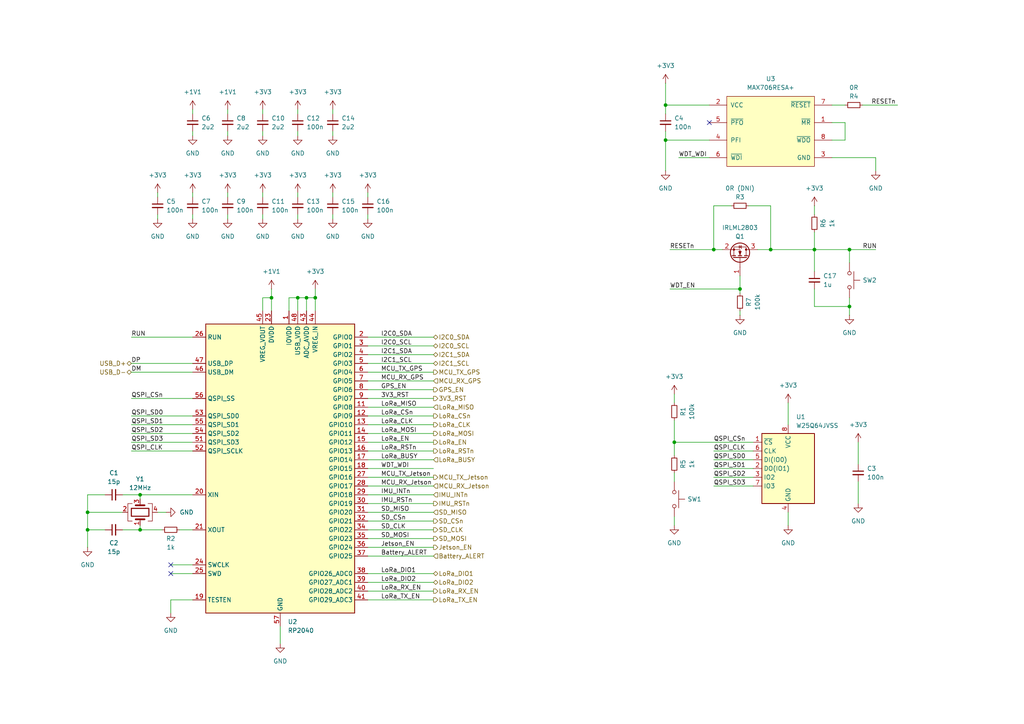
<source format=kicad_sch>
(kicad_sch (version 20231120) (generator "eeschema") (generator_version "8.0")
  (paper "A4")
  (lib_symbols
    (symbol "Device:C_Small" (pin_numbers hide) (pin_names (offset 0.254) hide)
      (property "Reference" "C" (at 0.254 1.778 0))
      (property "Value" "C_Small" (at 0.254 -2.032 0))
      (symbol "C_Small_0_1"
        (polyline (pts (xy -1.524 -0.508) (xy 1.524 -0.508)) (stroke (width 0.3302)))
        (polyline (pts (xy -1.524 0.508) (xy 1.524 0.508)) (stroke (width 0.3048)))
      )
      (symbol "C_Small_1_1"
        (pin passive line (at 0 2.54 270) (length 2.032) (name "~") (number "1"))
        (pin passive line (at 0 -2.54 90) (length 2.032) (name "~") (number "2"))
      )
    )
    (symbol "Device:Crystal_GND24" (pin_names (offset 1.016) hide)
      (property "Reference" "Y" (at 3.175 5.08 0))
      (property "Value" "Crystal_GND24" (at 3.175 3.175 0))
      (symbol "Crystal_GND24_0_1"
        (rectangle (start -1.143 2.54) (end 1.143 -2.54) (stroke (width 0.3048)))
        (polyline (pts (xy -2.54 0) (xy -2.032 0)))
        (polyline (pts (xy -2.032 -1.27) (xy -2.032 1.27)) (stroke (width 0.508)))
        (polyline (pts (xy 0 -3.81) (xy 0 -3.556)))
        (polyline (pts (xy 0 3.556) (xy 0 3.81)))
        (polyline (pts (xy 2.032 -1.27) (xy 2.032 1.27)) (stroke (width 0.508)))
        (polyline (pts (xy 2.032 0) (xy 2.54 0)))
        (polyline (pts (xy -2.54 -2.286) (xy -2.54 -3.556) (xy 2.54 -3.556) (xy 2.54 -2.286)))
        (polyline (pts (xy -2.54 2.286) (xy -2.54 3.556) (xy 2.54 3.556) (xy 2.54 2.286)))
      )
      (symbol "Crystal_GND24_1_1"
        (pin passive line (at -3.81 0 0) (length 1.27) (name "1") (number "1"))
        (pin passive line (at 0 5.08 270) (length 1.27) (name "2") (number "2"))
        (pin passive line (at 3.81 0 180) (length 1.27) (name "3") (number "3"))
        (pin passive line (at 0 -5.08 90) (length 1.27) (name "4") (number "4"))
      )
    )
    (symbol "Device:R_Small" (pin_numbers hide) (pin_names (offset 0.254) hide)
      (property "Reference" "R" (at 0.762 0.508 0))
      (property "Value" "R_Small" (at 0.762 -1.016 0))
      (symbol "R_Small_0_1"
        (rectangle (start -0.762 1.778) (end 0.762 -1.778) (stroke (width 0.2032)))
      )
      (symbol "R_Small_1_1"
        (pin passive line (at 0 2.54 270) (length 0.762) (name "~") (number "1"))
        (pin passive line (at 0 -2.54 90) (length 0.762) (name "~") (number "2"))
      )
    )
    (symbol "MCU_RaspberryPi:RP2040"
      (property "Reference" "U" (at 17.78 45.72 0))
      (property "Value" "RP2040" (at 17.78 43.18 0))
      (symbol "RP2040_0_1"
        (rectangle (start -21.59 41.91) (end 21.59 -41.91) (stroke (width 0.254)) (fill (type background)))
      )
      (symbol "RP2040_1_1"
        (pin power_in line (at 2.54 45.72 270) (length 3.81) (name "IOVDD") (number "1"))
        (pin passive line (at 2.54 45.72 270) (length 3.81) hide (name "IOVDD") (number "10"))
        (pin bidirectional line (at 25.4 17.78 180) (length 3.81) (name "GPIO8") (number "11"))
        (pin bidirectional line (at 25.4 15.24 180) (length 3.81) (name "GPIO9") (number "12"))
        (pin bidirectional line (at 25.4 12.7 180) (length 3.81) (name "GPIO10") (number "13"))
        (pin bidirectional line (at 25.4 10.16 180) (length 3.81) (name "GPIO11") (number "14"))
        (pin bidirectional line (at 25.4 7.62 180) (length 3.81) (name "GPIO12") (number "15"))
        (pin bidirectional line (at 25.4 5.08 180) (length 3.81) (name "GPIO13") (number "16"))
        (pin bidirectional line (at 25.4 2.54 180) (length 3.81) (name "GPIO14") (number "17"))
        (pin bidirectional line (at 25.4 0 180) (length 3.81) (name "GPIO15") (number "18"))
        (pin input line (at -25.4 -38.1 0) (length 3.81) (name "TESTEN") (number "19"))
        (pin bidirectional line (at 25.4 38.1 180) (length 3.81) (name "GPIO0") (number "2"))
        (pin input line (at -25.4 -7.62 0) (length 3.81) (name "XIN") (number "20"))
        (pin passive line (at -25.4 -17.78 0) (length 3.81) (name "XOUT") (number "21"))
        (pin passive line (at 2.54 45.72 270) (length 3.81) hide (name "IOVDD") (number "22"))
        (pin power_in line (at -2.54 45.72 270) (length 3.81) (name "DVDD") (number "23"))
        (pin input line (at -25.4 -27.94 0) (length 3.81) (name "SWCLK") (number "24"))
        (pin bidirectional line (at -25.4 -30.48 0) (length 3.81) (name "SWD") (number "25"))
        (pin input line (at -25.4 38.1 0) (length 3.81) (name "RUN") (number "26"))
        (pin bidirectional line (at 25.4 -2.54 180) (length 3.81) (name "GPIO16") (number "27"))
        (pin bidirectional line (at 25.4 -5.08 180) (length 3.81) (name "GPIO17") (number "28"))
        (pin bidirectional line (at 25.4 -7.62 180) (length 3.81) (name "GPIO18") (number "29"))
        (pin bidirectional line (at 25.4 35.56 180) (length 3.81) (name "GPIO1") (number "3"))
        (pin bidirectional line (at 25.4 -10.16 180) (length 3.81) (name "GPIO19") (number "30"))
        (pin bidirectional line (at 25.4 -12.7 180) (length 3.81) (name "GPIO20") (number "31"))
        (pin bidirectional line (at 25.4 -15.24 180) (length 3.81) (name "GPIO21") (number "32"))
        (pin passive line (at 2.54 45.72 270) (length 3.81) hide (name "IOVDD") (number "33"))
        (pin bidirectional line (at 25.4 -17.78 180) (length 3.81) (name "GPIO22") (number "34"))
        (pin bidirectional line (at 25.4 -20.32 180) (length 3.81) (name "GPIO23") (number "35"))
        (pin bidirectional line (at 25.4 -22.86 180) (length 3.81) (name "GPIO24") (number "36"))
        (pin bidirectional line (at 25.4 -25.4 180) (length 3.81) (name "GPIO25") (number "37"))
        (pin bidirectional line (at 25.4 -30.48 180) (length 3.81) (name "GPIO26_ADC0") (number "38"))
        (pin bidirectional line (at 25.4 -33.02 180) (length 3.81) (name "GPIO27_ADC1") (number "39"))
        (pin bidirectional line (at 25.4 33.02 180) (length 3.81) (name "GPIO2") (number "4"))
        (pin bidirectional line (at 25.4 -35.56 180) (length 3.81) (name "GPIO28_ADC2") (number "40"))
        (pin bidirectional line (at 25.4 -38.1 180) (length 3.81) (name "GPIO29_ADC3") (number "41"))
        (pin passive line (at 2.54 45.72 270) (length 3.81) hide (name "IOVDD") (number "42"))
        (pin power_in line (at 7.62 45.72 270) (length 3.81) (name "ADC_AVDD") (number "43"))
        (pin power_in line (at 10.16 45.72 270) (length 3.81) (name "VREG_IN") (number "44"))
        (pin power_out line (at -5.08 45.72 270) (length 3.81) (name "VREG_VOUT") (number "45"))
        (pin bidirectional line (at -25.4 27.94 0) (length 3.81) (name "USB_DM") (number "46"))
        (pin bidirectional line (at -25.4 30.48 0) (length 3.81) (name "USB_DP") (number "47"))
        (pin power_in line (at 5.08 45.72 270) (length 3.81) (name "USB_VDD") (number "48"))
        (pin passive line (at 2.54 45.72 270) (length 3.81) hide (name "IOVDD") (number "49"))
        (pin bidirectional line (at 25.4 30.48 180) (length 3.81) (name "GPIO3") (number "5"))
        (pin passive line (at -2.54 45.72 270) (length 3.81) hide (name "DVDD") (number "50"))
        (pin bidirectional line (at -25.4 7.62 0) (length 3.81) (name "QSPI_SD3") (number "51"))
        (pin output line (at -25.4 5.08 0) (length 3.81) (name "QSPI_SCLK") (number "52"))
        (pin bidirectional line (at -25.4 15.24 0) (length 3.81) (name "QSPI_SD0") (number "53"))
        (pin bidirectional line (at -25.4 10.16 0) (length 3.81) (name "QSPI_SD2") (number "54"))
        (pin bidirectional line (at -25.4 12.7 0) (length 3.81) (name "QSPI_SD1") (number "55"))
        (pin bidirectional line (at -25.4 20.32 0) (length 3.81) (name "QSPI_SS") (number "56"))
        (pin power_in line (at 0 -45.72 90) (length 3.81) (name "GND") (number "57"))
        (pin bidirectional line (at 25.4 27.94 180) (length 3.81) (name "GPIO4") (number "6"))
        (pin bidirectional line (at 25.4 25.4 180) (length 3.81) (name "GPIO5") (number "7"))
        (pin bidirectional line (at 25.4 22.86 180) (length 3.81) (name "GPIO6") (number "8"))
        (pin bidirectional line (at 25.4 20.32 180) (length 3.81) (name "GPIO7") (number "9"))
      )
    )
    (symbol "MainBoard:IRLML2803" (pin_names hide)
      (property "Reference" "Q22" (at 2.794 1.27 0))
      (property "Value" "IRLML2803" (at 2.794 -1.016 0))
      (symbol "IRLML2803_0_1"
        (circle (center -0.889 0) (radius 2.794) (stroke (width 0.254)))
        (circle (center 0 -1.778) (radius 0.254) (fill (type outline)))
        (polyline (pts (xy -2.286 0) (xy -5.08 0)))
        (polyline (pts (xy -2.286 1.905) (xy -2.286 -1.905)) (stroke (width 0.254)))
        (polyline (pts (xy -1.778 -1.27) (xy -1.778 -2.286)) (stroke (width 0.254)))
        (polyline (pts (xy -1.778 0.508) (xy -1.778 -0.508)) (stroke (width 0.254)))
        (polyline (pts (xy -1.778 2.286) (xy -1.778 1.27)) (stroke (width 0.254)))
        (polyline (pts (xy 0 2.54) (xy 0 1.778)))
        (polyline (pts (xy 0 -2.54) (xy 0 0) (xy -1.778 0)))
        (polyline (pts (xy -1.778 -1.778) (xy 0.762 -1.778) (xy 0.762 1.778) (xy -1.778 1.778)))
        (polyline (pts (xy -1.524 0) (xy -0.508 0.381) (xy -0.508 -0.381) (xy -1.524 0)) (fill (type outline)))
        (polyline (pts (xy 0.254 0.508) (xy 0.381 0.381) (xy 1.143 0.381) (xy 1.27 0.254)))
        (polyline (pts (xy 0.762 0.381) (xy 0.381 -0.254) (xy 1.143 -0.254) (xy 0.762 0.381)))
        (circle (center 0 1.778) (radius 0.254) (fill (type outline)))
      )
      (symbol "IRLML2803_1_1"
        (pin input line (at -7.62 0 0) (length 2.54) (name "G") (number "1"))
        (pin passive line (at 0 -5.08 90) (length 2.54) (name "S") (number "2"))
        (pin passive line (at 0 5.08 270) (length 2.54) (name "D") (number "3"))
      )
    )
    (symbol "MainBoard:MAX706RESA+" (pin_names (offset 1.016))
      (property "Reference" "U1" (at 0 13.97 0))
      (property "Value" "MAX706RESA+" (at 0 11.43 0))
      (symbol "MAX706RESA+_1_0"
        (rectangle (start -12.7 10.16) (end 12.7 -10.16) (fill (type background)))
        (pin input line (at 17.78 2.54 180) (length 5.08) (name "~{MR}") (number "1"))
        (pin power_in line (at -17.78 7.62 0) (length 5.08) (name "VCC") (number "2"))
        (pin power_in line (at 17.78 -7.62 180) (length 5.08) (name "GND") (number "3"))
        (pin input line (at -17.78 -2.54 0) (length 5.08) (name "PFI") (number "4"))
        (pin output line (at -17.78 2.54 0) (length 5.08) (name "~{PFO}") (number "5"))
        (pin input line (at -17.78 -7.62 0) (length 5.08) (name "~{WDI}") (number "6"))
        (pin output line (at 17.78 7.62 180) (length 5.08) (name "~{RESET}") (number "7"))
        (pin output line (at 17.78 -2.54 180) (length 5.08) (name "~{WDO}") (number "8"))
      )
    )
    (symbol "Memory_Flash:W25Q32JVSS"
      (property "Reference" "U" (at -6.35 11.43 0))
      (property "Value" "W25Q32JVSS" (at 7.62 11.43 0))
      (symbol "W25Q32JVSS_0_1"
        (rectangle (start -7.62 10.16) (end 7.62 -10.16) (stroke (width 0.254)) (fill (type background)))
      )
      (symbol "W25Q32JVSS_1_1"
        (pin input line (at -10.16 7.62 0) (length 2.54) (name "~{CS}") (number "1"))
        (pin bidirectional line (at -10.16 0 0) (length 2.54) (name "DO(IO1)") (number "2"))
        (pin bidirectional line (at -10.16 -2.54 0) (length 2.54) (name "IO2") (number "3"))
        (pin power_in line (at 0 -12.7 90) (length 2.54) (name "GND") (number "4"))
        (pin bidirectional line (at -10.16 2.54 0) (length 2.54) (name "DI(IO0)") (number "5"))
        (pin input line (at -10.16 5.08 0) (length 2.54) (name "CLK") (number "6"))
        (pin bidirectional line (at -10.16 -5.08 0) (length 2.54) (name "IO3") (number "7"))
        (pin power_in line (at 0 12.7 270) (length 2.54) (name "VCC") (number "8"))
      )
    )
    (symbol "Switch:SW_Omron_B3FS" (pin_numbers hide) (pin_names (offset 1.016) hide)
      (property "Reference" "SW" (at 1.27 2.54 0))
      (property "Value" "SW_Omron_B3FS" (at 0 -1.524 0))
      (symbol "SW_Omron_B3FS_0_1"
        (circle (center -2.032 0) (radius 0.508))
        (polyline (pts (xy 0 1.27) (xy 0 3.048)))
        (polyline (pts (xy 2.54 1.27) (xy -2.54 1.27)))
        (circle (center 2.032 0) (radius 0.508))
        (pin passive line (at -5.08 0 0) (length 2.54) (name "1") (number "1"))
        (pin passive line (at 5.08 0 180) (length 2.54) (name "2") (number "2"))
      )
    )
    (symbol "power:+3V3" (power) (pin_numbers hide) (pin_names (offset 0) hide)
      (property "Value" "+3V3" (at 0 3.556 0))
      (symbol "+3V3_0_1"
        (polyline (pts (xy -0.762 1.27) (xy 0 2.54)))
        (polyline (pts (xy 0 0) (xy 0 2.54)))
        (polyline (pts (xy 0 2.54) (xy 0.762 1.27)))
      )
      (symbol "+3V3_1_1"
        (pin power_in line (at 0 0 90) (length 0) (name "~") (number "1"))
      )
    )
    (symbol "power:GND" (power) (pin_numbers hide) (pin_names (offset 0) hide)
      (property "Value" "GND" (at 0 -3.81 0))
      (symbol "GND_0_1"
        (polyline (pts (xy 0 0) (xy 0 -1.27) (xy 1.27 -1.27) (xy 0 -2.54) (xy -1.27 -1.27) (xy 0 -1.27)))
      )
      (symbol "GND_1_1"
        (pin power_in line (at 0 0 270) (length 0) (name "~") (number "1"))
      )
    )
  )
  (junction (at 195.58 128.27))
  (junction (at 193.04 40.64))
  (junction (at 246.38 88.9))
  (junction (at 207.01 72.39))
  (junction (at 40.64 143.51))
  (junction (at 25.4 148.59))
  (junction (at 78.74 86.36))
  (junction (at 40.64 153.67))
  (junction (at 246.38 72.39))
  (junction (at 25.4 153.67))
  (junction (at 91.44 86.36))
  (junction (at 86.36 86.36))
  (junction (at 193.04 30.48))
  (junction (at 214.63 83.82))
  (junction (at 236.22 72.39))
  (junction (at 88.9 86.36))
  (junction (at 223.52 72.39))
  (no_connect (at 49.53 166.37))
  (no_connect (at 205.74 35.56))
  (no_connect (at 49.53 163.83))
  (wire (pts (xy 195.58 114.3) (xy 195.58 116.84)))
  (wire (pts (xy 106.68 166.37) (xy 125.73 166.37)))
  (wire (pts (xy 49.53 163.83) (xy 55.88 163.83)))
  (wire (pts (xy 195.58 149.86) (xy 195.58 152.4)))
  (wire (pts (xy 106.68 113.03) (xy 125.73 113.03)))
  (wire (pts (xy 45.72 148.59) (xy 48.26 148.59)))
  (wire (pts (xy 106.68 115.57) (xy 125.73 115.57)))
  (wire (pts (xy 195.58 128.27) (xy 195.58 132.08)))
  (wire (pts (xy 245.11 35.56) (xy 245.11 40.64)))
  (wire (pts (xy 193.04 30.48) (xy 193.04 33.02)))
  (wire (pts (xy 76.2 90.17) (xy 76.2 86.36)))
  (wire (pts (xy 96.52 55.88) (xy 96.52 57.15)))
  (wire (pts (xy 91.44 86.36) (xy 91.44 90.17)))
  (wire (pts (xy 38.1 130.81) (xy 55.88 130.81)))
  (wire (pts (xy 246.38 86.36) (xy 246.38 88.9)))
  (wire (pts (xy 194.31 83.82) (xy 214.63 83.82)))
  (wire (pts (xy 45.72 55.88) (xy 45.72 57.15)))
  (wire (pts (xy 106.68 171.45) (xy 125.73 171.45)))
  (wire (pts (xy 55.88 31.75) (xy 55.88 33.02)))
  (wire (pts (xy 86.36 62.23) (xy 86.36 63.5)))
  (wire (pts (xy 40.64 153.67) (xy 46.99 153.67)))
  (wire (pts (xy 228.6 148.59) (xy 228.6 152.4)))
  (wire (pts (xy 96.52 62.23) (xy 96.52 63.5)))
  (wire (pts (xy 55.88 173.99) (xy 49.53 173.99)))
  (wire (pts (xy 254 45.72) (xy 254 49.53)))
  (wire (pts (xy 86.36 86.36) (xy 88.9 86.36)))
  (wire (pts (xy 106.68 151.13) (xy 125.73 151.13)))
  (wire (pts (xy 88.9 86.36) (xy 88.9 90.17)))
  (wire (pts (xy 66.04 31.75) (xy 66.04 33.02)))
  (wire (pts (xy 106.68 161.29) (xy 125.73 161.29)))
  (wire (pts (xy 193.04 24.13) (xy 193.04 30.48)))
  (wire (pts (xy 106.68 148.59) (xy 125.73 148.59)))
  (wire (pts (xy 254 45.72) (xy 241.3 45.72)))
  (wire (pts (xy 76.2 31.75) (xy 76.2 33.02)))
  (wire (pts (xy 236.22 59.69) (xy 236.22 62.23)))
  (wire (pts (xy 86.36 38.1) (xy 86.36 39.37)))
  (wire (pts (xy 236.22 88.9) (xy 236.22 83.82)))
  (wire (pts (xy 217.17 59.69) (xy 223.52 59.69)))
  (wire (pts (xy 35.56 153.67) (xy 40.64 153.67)))
  (wire (pts (xy 86.36 31.75) (xy 86.36 33.02)))
  (wire (pts (xy 207.01 140.97) (xy 218.44 140.97)))
  (wire (pts (xy 76.2 86.36) (xy 78.74 86.36)))
  (wire (pts (xy 52.07 153.67) (xy 55.88 153.67)))
  (wire (pts (xy 228.6 116.84) (xy 228.6 123.19)))
  (wire (pts (xy 96.52 38.1) (xy 96.52 39.37)))
  (wire (pts (xy 106.68 100.33) (xy 125.73 100.33)))
  (wire (pts (xy 38.1 105.41) (xy 55.88 105.41)))
  (wire (pts (xy 207.01 130.81) (xy 218.44 130.81)))
  (wire (pts (xy 106.68 97.79) (xy 125.73 97.79)))
  (wire (pts (xy 207.01 59.69) (xy 212.09 59.69)))
  (wire (pts (xy 106.68 128.27) (xy 125.73 128.27)))
  (wire (pts (xy 246.38 88.9) (xy 246.38 91.44)))
  (wire (pts (xy 248.92 139.7) (xy 248.92 146.05)))
  (wire (pts (xy 207.01 135.89) (xy 218.44 135.89)))
  (wire (pts (xy 66.04 38.1) (xy 66.04 39.37)))
  (wire (pts (xy 248.92 128.27) (xy 248.92 134.62)))
  (wire (pts (xy 246.38 88.9) (xy 236.22 88.9)))
  (wire (pts (xy 49.53 173.99) (xy 49.53 177.8)))
  (wire (pts (xy 38.1 125.73) (xy 55.88 125.73)))
  (wire (pts (xy 106.68 143.51) (xy 125.73 143.51)))
  (wire (pts (xy 194.31 72.39) (xy 207.01 72.39)))
  (wire (pts (xy 236.22 72.39) (xy 236.22 78.74)))
  (wire (pts (xy 38.1 107.95) (xy 55.88 107.95)))
  (wire (pts (xy 106.68 138.43) (xy 125.73 138.43)))
  (wire (pts (xy 55.88 38.1) (xy 55.88 39.37)))
  (wire (pts (xy 66.04 55.88) (xy 66.04 57.15)))
  (wire (pts (xy 106.68 123.19) (xy 125.73 123.19)))
  (wire (pts (xy 38.1 97.79) (xy 55.88 97.79)))
  (wire (pts (xy 38.1 123.19) (xy 55.88 123.19)))
  (wire (pts (xy 106.68 110.49) (xy 125.73 110.49)))
  (wire (pts (xy 106.68 120.65) (xy 125.73 120.65)))
  (wire (pts (xy 86.36 86.36) (xy 86.36 90.17)))
  (wire (pts (xy 246.38 72.39) (xy 246.38 76.2)))
  (wire (pts (xy 38.1 115.57) (xy 55.88 115.57)))
  (wire (pts (xy 25.4 148.59) (xy 25.4 153.67)))
  (wire (pts (xy 106.68 130.81) (xy 125.73 130.81)))
  (wire (pts (xy 106.68 156.21) (xy 125.73 156.21)))
  (wire (pts (xy 66.04 62.23) (xy 66.04 63.5)))
  (wire (pts (xy 250.19 30.48) (xy 260.35 30.48)))
  (wire (pts (xy 205.74 30.48) (xy 193.04 30.48)))
  (wire (pts (xy 236.22 67.31) (xy 236.22 72.39)))
  (wire (pts (xy 195.58 137.16) (xy 195.58 139.7)))
  (wire (pts (xy 195.58 128.27) (xy 218.44 128.27)))
  (wire (pts (xy 55.88 55.88) (xy 55.88 57.15)))
  (wire (pts (xy 214.63 90.17) (xy 214.63 91.44)))
  (wire (pts (xy 96.52 31.75) (xy 96.52 33.02)))
  (wire (pts (xy 223.52 72.39) (xy 219.71 72.39)))
  (wire (pts (xy 106.68 158.75) (xy 125.73 158.75)))
  (wire (pts (xy 106.68 133.35) (xy 125.73 133.35)))
  (wire (pts (xy 106.68 107.95) (xy 125.73 107.95)))
  (wire (pts (xy 106.68 153.67) (xy 125.73 153.67)))
  (wire (pts (xy 40.64 143.51) (xy 55.88 143.51)))
  (wire (pts (xy 106.68 125.73) (xy 125.73 125.73)))
  (wire (pts (xy 207.01 138.43) (xy 218.44 138.43)))
  (wire (pts (xy 106.68 102.87) (xy 125.73 102.87)))
  (wire (pts (xy 223.52 59.69) (xy 223.52 72.39)))
  (wire (pts (xy 40.64 153.67) (xy 40.64 152.4)))
  (wire (pts (xy 106.68 118.11) (xy 125.73 118.11)))
  (wire (pts (xy 38.1 120.65) (xy 55.88 120.65)))
  (wire (pts (xy 193.04 40.64) (xy 193.04 49.53)))
  (wire (pts (xy 86.36 55.88) (xy 86.36 57.15)))
  (wire (pts (xy 83.82 86.36) (xy 86.36 86.36)))
  (wire (pts (xy 25.4 148.59) (xy 35.56 148.59)))
  (wire (pts (xy 214.63 83.82) (xy 214.63 85.09)))
  (wire (pts (xy 106.68 135.89) (xy 125.73 135.89)))
  (wire (pts (xy 236.22 72.39) (xy 246.38 72.39)))
  (wire (pts (xy 76.2 62.23) (xy 76.2 63.5)))
  (wire (pts (xy 106.68 146.05) (xy 125.73 146.05)))
  (wire (pts (xy 193.04 38.1) (xy 193.04 40.64)))
  (wire (pts (xy 195.58 121.92) (xy 195.58 128.27)))
  (wire (pts (xy 81.28 181.61) (xy 81.28 186.69)))
  (wire (pts (xy 241.3 35.56) (xy 245.11 35.56)))
  (wire (pts (xy 88.9 86.36) (xy 91.44 86.36)))
  (wire (pts (xy 106.68 105.41) (xy 125.73 105.41)))
  (wire (pts (xy 207.01 133.35) (xy 218.44 133.35)))
  (wire (pts (xy 106.68 140.97) (xy 125.73 140.97)))
  (wire (pts (xy 55.88 62.23) (xy 55.88 63.5)))
  (wire (pts (xy 196.85 45.72) (xy 205.74 45.72)))
  (wire (pts (xy 25.4 153.67) (xy 30.48 153.67)))
  (wire (pts (xy 40.64 143.51) (xy 40.64 144.78)))
  (wire (pts (xy 49.53 166.37) (xy 55.88 166.37)))
  (wire (pts (xy 223.52 72.39) (xy 236.22 72.39)))
  (wire (pts (xy 83.82 90.17) (xy 83.82 86.36)))
  (wire (pts (xy 91.44 83.82) (xy 91.44 86.36)))
  (wire (pts (xy 38.1 128.27) (xy 55.88 128.27)))
  (wire (pts (xy 35.56 143.51) (xy 40.64 143.51)))
  (wire (pts (xy 106.68 55.88) (xy 106.68 57.15)))
  (wire (pts (xy 207.01 72.39) (xy 207.01 59.69)))
  (wire (pts (xy 25.4 143.51) (xy 25.4 148.59)))
  (wire (pts (xy 214.63 80.01) (xy 214.63 83.82)))
  (wire (pts (xy 106.68 173.99) (xy 125.73 173.99)))
  (wire (pts (xy 246.38 72.39) (xy 254 72.39)))
  (wire (pts (xy 241.3 30.48) (xy 245.11 30.48)))
  (wire (pts (xy 76.2 38.1) (xy 76.2 39.37)))
  (wire (pts (xy 30.48 143.51) (xy 25.4 143.51)))
  (wire (pts (xy 106.68 168.91) (xy 125.73 168.91)))
  (wire (pts (xy 241.3 40.64) (xy 245.11 40.64)))
  (wire (pts (xy 25.4 153.67) (xy 25.4 158.75)))
  (wire (pts (xy 193.04 40.64) (xy 205.74 40.64)))
  (wire (pts (xy 78.74 86.36) (xy 78.74 90.17)))
  (wire (pts (xy 76.2 55.88) (xy 76.2 57.15)))
  (wire (pts (xy 209.55 72.39) (xy 207.01 72.39)))
  (wire (pts (xy 106.68 62.23) (xy 106.68 63.5)))
  (wire (pts (xy 45.72 62.23) (xy 45.72 63.5)))
  (wire (pts (xy 78.74 83.82) (xy 78.74 86.36)))
  (label "SD_MOSI" (at 110.49 156.21 0))
  (label "MCU_TX_GPS" (at 110.49 107.95 0))
  (label "Battery_ALERT" (at 110.49 161.29 0))
  (label "QSPI_CLK" (at 207.01 130.81 0))
  (label "QSPI_SD1" (at 38.1 123.19 0))
  (label "LoRa_EN" (at 110.49 128.27 0))
  (label "IMU_RSTn" (at 110.49 146.05 0))
  (label "QSPI_SD3" (at 38.1 128.27 0))
  (label "Jetson_EN" (at 110.49 158.75 0))
  (label "QSPI_SD1" (at 207.01 135.89 0))
  (label "SD_CSn" (at 110.49 151.13 0))
  (label "QSPI_CSn" (at 207.01 128.27 0))
  (label "MCU_TX_Jetson" (at 110.49 138.43 0))
  (label "QSPI_SD0" (at 38.1 120.65 0))
  (label "RUN" (at 38.1 97.79 0))
  (label "QSPI_SD2" (at 38.1 125.73 0))
  (label "RUN" (at 250.19 72.39 0))
  (label "QSPI_SD3" (at 207.01 140.97 0))
  (label "QSPI_SD2" (at 207.01 138.43 0))
  (label "WDT_EN" (at 194.31 83.82 0))
  (label "IMU_INTn" (at 110.49 143.51 0))
  (label "RESETn" (at 194.31 72.39 0))
  (label "MCU_RX_GPS" (at 110.49 110.49 0))
  (label "DM" (at 38.1 107.95 0))
  (label "WDT_WDI" (at 196.85 45.72 0))
  (label "LoRa_BUSY" (at 110.49 133.35 0))
  (label "QSPI_CLK" (at 38.1 130.81 0))
  (label "3V3_RST" (at 110.49 115.57 0))
  (label "LoRa_MISO" (at 110.49 118.11 0))
  (label "I2C0_SCL" (at 110.49 100.33 0))
  (label "RESETn" (at 252.73 30.48 0))
  (label "LoRa_RX_EN" (at 110.49 171.45 0))
  (label "SD_CLK" (at 110.49 153.67 0))
  (label "LoRa_DIO2" (at 110.49 168.91 0))
  (label "LoRa_MOSI" (at 110.49 125.73 0))
  (label "I2C1_SCL" (at 110.49 105.41 0))
  (label "I2C1_SDA" (at 110.49 102.87 0))
  (label "WDT_WDI" (at 110.49 135.89 0))
  (label "LoRa_TX_EN" (at 110.49 173.99 0))
  (label "DP" (at 38.1 105.41 0))
  (label "GPS_EN" (at 110.49 113.03 0))
  (label "MCU_RX_Jetson" (at 110.49 140.97 0))
  (label "LoRa_DIO1" (at 110.49 166.37 0))
  (label "QSPI_CSn" (at 38.1 115.57 0))
  (label "QSPI_SD0" (at 207.01 133.35 0))
  (label "I2C0_SDA" (at 110.49 97.79 0))
  (label "LoRa_CSn" (at 110.49 120.65 0))
  (label "SD_MISO" (at 110.49 148.59 0))
  (label "LoRa_RSTn" (at 110.49 130.81 0))
  (label "LoRa_CLK" (at 110.49 123.19 0))
  (hierarchical_label "MCU_TX_Jetson" (shape output) (at 125.73 138.43 0))
  (hierarchical_label "LoRa_CSn" (shape output) (at 125.73 120.65 0))
  (hierarchical_label "LoRa_DIO1" (shape bidirectional) (at 125.73 166.37 0))
  (hierarchical_label "LoRa_EN" (shape output) (at 125.73 128.27 0))
  (hierarchical_label "LoRa_RX_EN" (shape output) (at 125.73 171.45 0))
  (hierarchical_label "LoRa_RSTn" (shape output) (at 125.73 130.81 0))
  (hierarchical_label "I2C1_SCL" (shape bidirectional) (at 125.73 105.41 0))
  (hierarchical_label "SD_MISO" (shape input) (at 125.73 148.59 0))
  (hierarchical_label "I2C1_SDA" (shape bidirectional) (at 125.73 102.87 0))
  (hierarchical_label "MCU_TX_GPS" (shape output) (at 125.73 107.95 0))
  (hierarchical_label "Jetson_EN" (shape output) (at 125.73 158.75 0))
  (hierarchical_label "LoRa_CLK" (shape output) (at 125.73 123.19 0))
  (hierarchical_label "I2C0_SCL" (shape bidirectional) (at 125.73 100.33 0))
  (hierarchical_label "IMU_RSTn" (shape output) (at 125.73 146.05 0))
  (hierarchical_label "I2C0_SDA" (shape bidirectional) (at 125.73 97.79 0))
  (hierarchical_label "LoRa_DIO2" (shape bidirectional) (at 125.73 168.91 0))
  (hierarchical_label "LoRa_TX_EN" (shape output) (at 125.73 173.99 0))
  (hierarchical_label "LoRa_MOSI" (shape output) (at 125.73 125.73 0))
  (hierarchical_label "USB_D-" (shape bidirectional) (at 38.1 107.95 180))
  (hierarchical_label "SD_CSn" (shape output) (at 125.73 151.13 0))
  (hierarchical_label "MCU_RX_Jetson" (shape input) (at 125.73 140.97 0))
  (hierarchical_label "SD_MOSI" (shape output) (at 125.73 156.21 0))
  (hierarchical_label "MCU_RX_GPS" (shape input) (at 125.73 110.49 0))
  (hierarchical_label "SD_CLK" (shape output) (at 125.73 153.67 0))
  (hierarchical_label "USB_D+" (shape bidirectional) (at 38.1 105.41 180))
  (hierarchical_label "IMU_INTn" (shape input) (at 125.73 143.51 0))
  (hierarchical_label "Battery_ALERT" (shape input) (at 125.73 161.29 0))
  (hierarchical_label "LoRa_BUSY" (shape input) (at 125.73 133.35 0))
  (hierarchical_label "LoRa_MISO" (shape input) (at 125.73 118.11 0))
  (hierarchical_label "GPS_EN" (shape output) (at 125.73 113.03 0))
  (hierarchical_label "3V3_RST" (shape output) (at 125.73 115.57 0))
  (symbol (lib_id "power:+3V3") (at 45.72 55.88 0) (unit 1)
    (property "Reference" "#PWR017" (effects (hide yes)))
    (property "Value" "+3V3" (at 45.72 50.8 0))
    (property "Description" "Power symbol creates a global label with name \"+3V3\"" (effects (hide yes)))
  )
  (symbol (lib_id "power:GND") (at 66.04 63.5 0) (unit 1)
    (property "Reference" "#PWR026" (effects (hide yes)))
    (property "Value" "GND" (at 66.04 68.58 0))
    (property "Description" "Power symbol creates a global label with name \"GND\" , ground" (effects (hide yes)))
  )
  (symbol (lib_id "MainBoard:MAX706RESA+") (at 223.52 38.1 0) (unit 1)
    (property "Reference" "U3" (at 223.52 22.86 0))
    (property "Value" "MAX706RESA+" (at 223.52 25.4 0))
    (property "Footprint" "Package_SO:SOIC-8_3.9x4.9mm_P1.27mm" (effects (hide yes)))
  )
  (symbol (lib_id "power:GND") (at 76.2 39.37 0) (unit 1)
    (property "Reference" "#PWR028" (effects (hide yes)))
    (property "Value" "GND" (at 76.2 44.45 0))
    (property "Description" "Power symbol creates a global label with name \"GND\" , ground" (effects (hide yes)))
  )
  (symbol (lib_id "Device:C_Small") (at 33.02 153.67 90) (unit 1)
    (property "Reference" "C2" (at 33.02 157.48 90))
    (property "Value" "15p" (at 33.02 160.02 90))
    (property "Footprint" "Capacitor_SMD:C_0603_1608Metric" (effects (hide yes)))
    (property "Description" "Unpolarized capacitor, small symbol" (effects (hide yes)))
  )
  (symbol (lib_id "Device:C_Small") (at 248.92 137.16 0) (unit 1)
    (property "Reference" "C3" (at 251.46 135.8962 0) (effects (justify left)))
    (property "Value" "100n" (at 251.46 138.4362 0) (effects (justify left)))
    (property "Footprint" "Capacitor_SMD:C_0603_1608Metric" (effects (hide yes)))
    (property "Description" "Unpolarized capacitor, small symbol" (effects (hide yes)))
  )
  (symbol (lib_id "Switch:SW_Omron_B3FS") (at 246.38 81.28 270) (unit 1)
    (property "Reference" "SW2" (at 250.19 81.2799 90) (effects (justify left)))
    (property "Value" "SW_Omron_B3FS" (effects (hide yes)))
    (property "Footprint" "Button_Switch_SMD:SW_SPST_Omron_B3FS-100xP" (effects (hide yes)))
    (property "Datasheet" "https://omronfs.omron.com/en_US/ecb/products/pdf/en-b3fs.pdf" (effects (hide yes)))
    (property "Description" "Omron B3FS 6x6mm single pole normally-open tactile switch" (effects (hide yes)))
  )
  (symbol (lib_id "power:GND") (at 49.53 177.8 0) (unit 1)
    (property "Reference" "#PWR06" (effects (hide yes)))
    (property "Value" "GND" (at 49.53 182.88 0))
    (property "Description" "Power symbol creates a global label with name \"GND\" , ground" (effects (hide yes)))
  )
  (symbol (lib_id "power:+3V3") (at 66.04 31.75 0) (unit 1)
    (property "Reference" "#PWR023" (effects (hide yes)))
    (property "Value" "+1V1" (at 66.04 26.67 0))
    (property "Description" "Power symbol creates a global label with name \"+3V3\"" (effects (hide yes)))
  )
  (symbol (lib_id "power:GND") (at 195.58 152.4 0) (unit 1)
    (property "Reference" "#PWR015" (effects (hide yes)))
    (property "Value" "GND" (at 195.58 157.48 0))
    (property "Description" "Power symbol creates a global label with name \"GND\" , ground" (effects (hide yes)))
  )
  (symbol (lib_id "power:GND") (at 76.2 63.5 0) (unit 1)
    (property "Reference" "#PWR030" (effects (hide yes)))
    (property "Value" "GND" (at 76.2 68.58 0))
    (property "Description" "Power symbol creates a global label with name \"GND\" , ground" (effects (hide yes)))
  )
  (symbol (lib_id "power:GND") (at 66.04 39.37 0) (unit 1)
    (property "Reference" "#PWR024" (effects (hide yes)))
    (property "Value" "GND" (at 66.04 44.45 0))
    (property "Description" "Power symbol creates a global label with name \"GND\" , ground" (effects (hide yes)))
  )
  (symbol (lib_id "Device:C_Small") (at 236.22 81.28 0) (unit 1)
    (property "Reference" "C17" (at 238.76 80.0162 0) (effects (justify left)))
    (property "Value" "1u" (at 238.76 82.5562 0) (effects (justify left)))
    (property "Footprint" "Capacitor_SMD:C_0603_1608Metric" (effects (hide yes)))
    (property "Description" "Unpolarized capacitor, small symbol" (effects (hide yes)))
  )
  (symbol (lib_id "MainBoard:IRLML2803") (at 214.63 72.39 270) (mirror x) (unit 1)
    (property "Reference" "Q1" (at 214.63 68.58 90))
    (property "Value" "IRLML2803" (at 214.63 66.04 90))
    (property "Footprint" "Package_TO_SOT_SMD:SOT-23" (effects (hide yes)))
  )
  (symbol (lib_id "Device:R_Small") (at 247.65 30.48 90) (unit 1)
    (property "Reference" "R4" (at 247.65 27.94 90))
    (property "Value" "0R" (at 247.65 25.4 90))
    (property "Footprint" "Resistor_SMD:R_0603_1608Metric" (effects (hide yes)))
    (property "Description" "Resistor, small symbol" (effects (hide yes)))
  )
  (symbol (lib_id "power:GND") (at 96.52 39.37 0) (unit 1)
    (property "Reference" "#PWR036" (effects (hide yes)))
    (property "Value" "GND" (at 96.52 44.45 0))
    (property "Description" "Power symbol creates a global label with name \"GND\" , ground" (effects (hide yes)))
  )
  (symbol (lib_id "power:+3V3") (at 66.04 55.88 0) (unit 1)
    (property "Reference" "#PWR025" (effects (hide yes)))
    (property "Value" "+3V3" (at 66.04 50.8 0))
    (property "Description" "Power symbol creates a global label with name \"+3V3\"" (effects (hide yes)))
  )
  (symbol (lib_id "MCU_RaspberryPi:RP2040") (at 81.28 135.89 0) (unit 1)
    (property "Reference" "U2" (at 83.4741 180.34 0) (effects (justify left)))
    (property "Value" "RP2040" (at 83.4741 182.88 0) (effects (justify left)))
    (property "Footprint" "Package_DFN_QFN:QFN-56-1EP_7x7mm_P0.4mm_EP3.2x3.2mm" (effects (hide yes)))
    (property "Datasheet" "https://datasheets.raspberrypi.com/rp2040/rp2040-datasheet.pdf" (effects (hide yes)))
    (property "Description" "A microcontroller by Raspberry Pi" (effects (hide yes)))
  )
  (symbol (lib_id "Device:C_Small") (at 86.36 59.69 0) (unit 1)
    (property "Reference" "C13" (at 88.9 58.4262 0) (effects (justify left)))
    (property "Value" "100n" (at 88.9 60.9662 0) (effects (justify left)))
    (property "Footprint" "Capacitor_SMD:C_0603_1608Metric" (effects (hide yes)))
    (property "Description" "Unpolarized capacitor, small symbol" (effects (hide yes)))
  )
  (symbol (lib_id "Device:R_Small") (at 214.63 59.69 90) (unit 1)
    (property "Reference" "R3" (at 214.63 57.15 90))
    (property "Value" "0R (DNI)" (at 214.63 54.61 90))
    (property "Footprint" "Resistor_SMD:R_0603_1608Metric" (effects (hide yes)))
    (property "Description" "Resistor, small symbol" (effects (hide yes)))
  )
  (symbol (lib_id "Device:C_Small") (at 193.04 35.56 0) (unit 1)
    (property "Reference" "C4" (at 195.58 34.2962 0) (effects (justify left)))
    (property "Value" "100n" (at 195.58 36.8362 0) (effects (justify left)))
    (property "Footprint" "Capacitor_SMD:C_0603_1608Metric" (effects (hide yes)))
    (property "Description" "Unpolarized capacitor, small symbol" (effects (hide yes)))
  )
  (symbol (lib_id "power:GND") (at 246.38 91.44 0) (unit 1)
    (property "Reference" "#PWR016" (effects (hide yes)))
    (property "Value" "GND" (at 246.38 96.52 0))
    (property "Description" "Power symbol creates a global label with name \"GND\" , ground" (effects (hide yes)))
  )
  (symbol (lib_id "power:GND") (at 254 49.53 0) (mirror y) (unit 1)
    (property "Reference" "#PWR014" (effects (hide yes)))
    (property "Value" "GND" (at 254 54.61 0))
    (property "Description" "Power symbol creates a global label with name \"GND\" , ground" (effects (hide yes)))
  )
  (symbol (lib_id "power:+3V3") (at 55.88 55.88 0) (unit 1)
    (property "Reference" "#PWR021" (effects (hide yes)))
    (property "Value" "+3V3" (at 55.88 50.8 0))
    (property "Description" "Power symbol creates a global label with name \"+3V3\"" (effects (hide yes)))
  )
  (symbol (lib_id "power:+3V3") (at 96.52 55.88 0) (unit 1)
    (property "Reference" "#PWR037" (effects (hide yes)))
    (property "Value" "+3V3" (at 96.52 50.8 0))
    (property "Description" "Power symbol creates a global label with name \"+3V3\"" (effects (hide yes)))
  )
  (symbol (lib_id "power:GND") (at 81.28 186.69 0) (unit 1)
    (property "Reference" "#PWR010" (effects (hide yes)))
    (property "Value" "GND" (at 81.28 191.77 0))
    (property "Description" "Power symbol creates a global label with name \"GND\" , ground" (effects (hide yes)))
  )
  (symbol (lib_id "Device:R_Small") (at 195.58 119.38 0) (unit 1)
    (property "Reference" "R1" (at 198.12 119.38 90))
    (property "Value" "100k" (at 200.66 119.38 90))
    (property "Footprint" "Resistor_SMD:R_0603_1608Metric" (effects (hide yes)))
    (property "Description" "Resistor, small symbol" (effects (hide yes)))
  )
  (symbol (lib_id "power:+3V3") (at 76.2 31.75 0) (unit 1)
    (property "Reference" "#PWR027" (effects (hide yes)))
    (property "Value" "+3V3" (at 76.2 26.67 0))
    (property "Description" "Power symbol creates a global label with name \"+3V3\"" (effects (hide yes)))
  )
  (symbol (lib_id "Device:R_Small") (at 236.22 64.77 0) (unit 1)
    (property "Reference" "R6" (at 238.76 64.77 90))
    (property "Value" "1k" (at 241.3 64.77 90))
    (property "Footprint" "Resistor_SMD:R_0603_1608Metric" (effects (hide yes)))
    (property "Description" "Resistor, small symbol" (effects (hide yes)))
  )
  (symbol (lib_id "Device:C_Small") (at 86.36 35.56 0) (unit 1)
    (property "Reference" "C12" (at 88.9 34.2962 0) (effects (justify left)))
    (property "Value" "100n" (at 88.9 36.8362 0) (effects (justify left)))
    (property "Footprint" "Capacitor_SMD:C_0603_1608Metric" (effects (hide yes)))
    (property "Description" "Unpolarized capacitor, small symbol" (effects (hide yes)))
  )
  (symbol (lib_id "Device:C_Small") (at 33.02 143.51 90) (unit 1)
    (property "Reference" "C1" (at 33.0263 137.16 90))
    (property "Value" "15p" (at 33.0263 139.7 90))
    (property "Footprint" "Capacitor_SMD:C_0603_1608Metric" (effects (hide yes)))
    (property "Description" "Unpolarized capacitor, small symbol" (effects (hide yes)))
  )
  (symbol (lib_id "power:+3V3") (at 248.92 128.27 0) (unit 1)
    (property "Reference" "#PWR07" (effects (hide yes)))
    (property "Value" "+3V3" (at 248.92 123.19 0))
    (property "Description" "Power symbol creates a global label with name \"+3V3\"" (effects (hide yes)))
  )
  (symbol (lib_id "power:+3V3") (at 86.36 31.75 0) (unit 1)
    (property "Reference" "#PWR031" (effects (hide yes)))
    (property "Value" "+3V3" (at 86.36 26.67 0))
    (property "Description" "Power symbol creates a global label with name \"+3V3\"" (effects (hide yes)))
  )
  (symbol (lib_id "power:+3V3") (at 193.04 24.13 0) (unit 1)
    (property "Reference" "#PWR012" (effects (hide yes)))
    (property "Value" "+3V3" (at 193.04 19.05 0))
    (property "Description" "Power symbol creates a global label with name \"+3V3\"" (effects (hide yes)))
  )
  (symbol (lib_id "power:+3V3") (at 195.58 114.3 0) (unit 1)
    (property "Reference" "#PWR02" (effects (hide yes)))
    (property "Value" "+3V3" (at 195.58 109.22 0))
    (property "Description" "Power symbol creates a global label with name \"+3V3\"" (effects (hide yes)))
  )
  (symbol (lib_id "Device:Crystal_GND24") (at 40.64 148.59 90) (unit 1)
    (property "Reference" "Y1" (at 40.64 138.938 90))
    (property "Value" "12MHz" (at 40.64 141.478 90))
    (property "Footprint" "Crystal:Crystal_SMD_3225-4Pin_3.2x2.5mm" (effects (hide yes)))
    (property "Description" "Four pin crystal, GND on pins 2 and 4" (effects (hide yes)))
  )
  (symbol (lib_id "Device:R_Small") (at 195.58 134.62 0) (unit 1)
    (property "Reference" "R5" (at 198.12 134.62 90))
    (property "Value" "1k" (at 200.66 134.62 90))
    (property "Footprint" "Resistor_SMD:R_0603_1608Metric" (effects (hide yes)))
    (property "Description" "Resistor, small symbol" (effects (hide yes)))
  )
  (symbol (lib_id "power:+3V3") (at 76.2 55.88 0) (unit 1)
    (property "Reference" "#PWR029" (effects (hide yes)))
    (property "Value" "+3V3" (at 76.2 50.8 0))
    (property "Description" "Power symbol creates a global label with name \"+3V3\"" (effects (hide yes)))
  )
  (symbol (lib_id "power:GND") (at 106.68 63.5 0) (unit 1)
    (property "Reference" "#PWR040" (effects (hide yes)))
    (property "Value" "GND" (at 106.68 68.58 0))
    (property "Description" "Power symbol creates a global label with name \"GND\" , ground" (effects (hide yes)))
  )
  (symbol (lib_id "Device:C_Small") (at 45.72 59.69 0) (unit 1)
    (property "Reference" "C5" (at 48.26 58.4262 0) (effects (justify left)))
    (property "Value" "100n" (at 48.26 60.9662 0) (effects (justify left)))
    (property "Footprint" "Capacitor_SMD:C_0603_1608Metric" (effects (hide yes)))
    (property "Description" "Unpolarized capacitor, small symbol" (effects (hide yes)))
  )
  (symbol (lib_id "power:GND") (at 45.72 63.5 0) (unit 1)
    (property "Reference" "#PWR018" (effects (hide yes)))
    (property "Value" "GND" (at 45.72 68.58 0))
    (property "Description" "Power symbol creates a global label with name \"GND\" , ground" (effects (hide yes)))
  )
  (symbol (lib_id "Device:C_Small") (at 66.04 59.69 0) (unit 1)
    (property "Reference" "C9" (at 68.58 58.4262 0) (effects (justify left)))
    (property "Value" "100n" (at 68.58 60.9662 0) (effects (justify left)))
    (property "Footprint" "Capacitor_SMD:C_0603_1608Metric" (effects (hide yes)))
    (property "Description" "Unpolarized capacitor, small symbol" (effects (hide yes)))
  )
  (symbol (lib_id "Memory_Flash:W25Q32JVSS") (at 228.6 135.89 0) (unit 1)
    (property "Reference" "U1" (at 230.886 120.904 0) (effects (justify left)))
    (property "Value" "W25Q64JVSS" (at 230.886 123.444 0) (effects (justify left)))
    (property "Footprint" "Package_SO:SOIC-8_5.23x5.23mm_P1.27mm" (effects (hide yes)))
    (property "Description" "64Mb Serial Flash Memory, Standard/Dual/Quad SPI, SOIC-8" (effects (hide yes)))
  )
  (symbol (lib_id "power:+3V3") (at 91.44 83.82 0) (unit 1)
    (property "Reference" "#PWR011" (effects (hide yes)))
    (property "Value" "+3V3" (at 91.44 78.74 0))
    (property "Description" "Power symbol creates a global label with name \"+3V3\"" (effects (hide yes)))
  )
  (symbol (lib_id "Device:C_Small") (at 106.68 59.69 0) (unit 1)
    (property "Reference" "C16" (at 109.22 58.4262 0) (effects (justify left)))
    (property "Value" "100n" (at 109.22 60.9662 0) (effects (justify left)))
    (property "Footprint" "Capacitor_SMD:C_0603_1608Metric" (effects (hide yes)))
    (property "Description" "Unpolarized capacitor, small symbol" (effects (hide yes)))
  )
  (symbol (lib_id "power:GND") (at 214.63 91.44 0) (unit 1)
    (property "Reference" "#PWR042" (effects (hide yes)))
    (property "Value" "GND" (at 214.63 96.52 0))
    (property "Description" "Power symbol creates a global label with name \"GND\" , ground" (effects (hide yes)))
  )
  (symbol (lib_id "Device:C_Small") (at 55.88 59.69 0) (unit 1)
    (property "Reference" "C7" (at 58.42 58.4262 0) (effects (justify left)))
    (property "Value" "100n" (at 58.42 60.9662 0) (effects (justify left)))
    (property "Footprint" "Capacitor_SMD:C_0603_1608Metric" (effects (hide yes)))
    (property "Description" "Unpolarized capacitor, small symbol" (effects (hide yes)))
  )
  (symbol (lib_id "power:GND") (at 55.88 39.37 0) (unit 1)
    (property "Reference" "#PWR020" (effects (hide yes)))
    (property "Value" "GND" (at 55.88 44.45 0))
    (property "Description" "Power symbol creates a global label with name \"GND\" , ground" (effects (hide yes)))
  )
  (symbol (lib_id "power:+3V3") (at 228.6 116.84 0) (unit 1)
    (property "Reference" "#PWR03" (effects (hide yes)))
    (property "Value" "+3V3" (at 228.6 111.76 0))
    (property "Description" "Power symbol creates a global label with name \"+3V3\"" (effects (hide yes)))
  )
  (symbol (lib_id "power:+3V3") (at 55.88 31.75 0) (unit 1)
    (property "Reference" "#PWR019" (effects (hide yes)))
    (property "Value" "+1V1" (at 55.88 26.67 0))
    (property "Description" "Power symbol creates a global label with name \"+3V3\"" (effects (hide yes)))
  )
  (symbol (lib_id "power:GND") (at 48.26 148.59 90) (unit 1)
    (property "Reference" "#PWR05" (effects (hide yes)))
    (property "Value" "GND" (at 52.07 148.5899 90) (effects (justify right)))
    (property "Description" "Power symbol creates a global label with name \"GND\" , ground" (effects (hide yes)))
  )
  (symbol (lib_id "Device:C_Small") (at 76.2 35.56 0) (unit 1)
    (property "Reference" "C10" (at 78.74 34.2962 0) (effects (justify left)))
    (property "Value" "2u2" (at 78.74 36.8362 0) (effects (justify left)))
    (property "Footprint" "Capacitor_SMD:C_0603_1608Metric" (effects (hide yes)))
    (property "Description" "Unpolarized capacitor, small symbol" (effects (hide yes)))
  )
  (symbol (lib_id "power:GND") (at 193.04 49.53 0) (unit 1)
    (property "Reference" "#PWR013" (effects (hide yes)))
    (property "Value" "GND" (at 193.04 54.61 0))
    (property "Description" "Power symbol creates a global label with name \"GND\" , ground" (effects (hide yes)))
  )
  (symbol (lib_id "power:GND") (at 96.52 63.5 0) (unit 1)
    (property "Reference" "#PWR038" (effects (hide yes)))
    (property "Value" "GND" (at 96.52 68.58 0))
    (property "Description" "Power symbol creates a global label with name \"GND\" , ground" (effects (hide yes)))
  )
  (symbol (lib_id "power:+3V3") (at 78.74 83.82 0) (unit 1)
    (property "Reference" "#PWR09" (effects (hide yes)))
    (property "Value" "+1V1" (at 78.74 78.74 0))
    (property "Description" "Power symbol creates a global label with name \"+3V3\"" (effects (hide yes)))
  )
  (symbol (lib_id "power:GND") (at 248.92 146.05 0) (unit 1)
    (property "Reference" "#PWR08" (effects (hide yes)))
    (property "Value" "GND" (at 248.92 151.13 0))
    (property "Description" "Power symbol creates a global label with name \"GND\" , ground" (effects (hide yes)))
  )
  (symbol (lib_id "Device:C_Small") (at 96.52 59.69 0) (unit 1)
    (property "Reference" "C15" (at 99.06 58.4262 0) (effects (justify left)))
    (property "Value" "100n" (at 99.06 60.9662 0) (effects (justify left)))
    (property "Footprint" "Capacitor_SMD:C_0603_1608Metric" (effects (hide yes)))
    (property "Description" "Unpolarized capacitor, small symbol" (effects (hide yes)))
  )
  (symbol (lib_id "Device:C_Small") (at 66.04 35.56 0) (unit 1)
    (property "Reference" "C8" (at 68.58 34.2962 0) (effects (justify left)))
    (property "Value" "2u2" (at 68.58 36.8362 0) (effects (justify left)))
    (property "Footprint" "Capacitor_SMD:C_0603_1608Metric" (effects (hide yes)))
    (property "Description" "Unpolarized capacitor, small symbol" (effects (hide yes)))
  )
  (symbol (lib_id "Device:R_Small") (at 49.53 153.67 270) (unit 1)
    (property "Reference" "R2" (at 49.53 156.21 90))
    (property "Value" "1k" (at 49.53 158.75 90))
    (property "Footprint" "Resistor_SMD:R_0603_1608Metric" (effects (hide yes)))
    (property "Description" "Resistor, small symbol" (effects (hide yes)))
  )
  (symbol (lib_id "Device:C_Small") (at 55.88 35.56 0) (unit 1)
    (property "Reference" "C6" (at 58.42 34.2962 0) (effects (justify left)))
    (property "Value" "2u2" (at 58.42 36.8362 0) (effects (justify left)))
    (property "Footprint" "Capacitor_SMD:C_0603_1608Metric" (effects (hide yes)))
    (property "Description" "Unpolarized capacitor, small symbol" (effects (hide yes)))
  )
  (symbol (lib_id "power:+3V3") (at 106.68 55.88 0) (unit 1)
    (property "Reference" "#PWR039" (effects (hide yes)))
    (property "Value" "+3V3" (at 106.68 50.8 0))
    (property "Description" "Power symbol creates a global label with name \"+3V3\"" (effects (hide yes)))
  )
  (symbol (lib_id "power:GND") (at 86.36 63.5 0) (unit 1)
    (property "Reference" "#PWR034" (effects (hide yes)))
    (property "Value" "GND" (at 86.36 68.58 0))
    (property "Description" "Power symbol creates a global label with name \"GND\" , ground" (effects (hide yes)))
  )
  (symbol (lib_id "Device:C_Small") (at 76.2 59.69 0) (unit 1)
    (property "Reference" "C11" (at 78.74 58.4262 0) (effects (justify left)))
    (property "Value" "100n" (at 78.74 60.9662 0) (effects (justify left)))
    (property "Footprint" "Capacitor_SMD:C_0603_1608Metric" (effects (hide yes)))
    (property "Description" "Unpolarized capacitor, small symbol" (effects (hide yes)))
  )
  (symbol (lib_id "Device:C_Small") (at 96.52 35.56 0) (unit 1)
    (property "Reference" "C14" (at 99.06 34.2962 0) (effects (justify left)))
    (property "Value" "2u2" (at 99.06 36.8362 0) (effects (justify left)))
    (property "Footprint" "Capacitor_SMD:C_0603_1608Metric" (effects (hide yes)))
    (property "Description" "Unpolarized capacitor, small symbol" (effects (hide yes)))
  )
  (symbol (lib_id "power:+3V3") (at 86.36 55.88 0) (unit 1)
    (property "Reference" "#PWR033" (effects (hide yes)))
    (property "Value" "+3V3" (at 86.36 50.8 0))
    (property "Description" "Power symbol creates a global label with name \"+3V3\"" (effects (hide yes)))
  )
  (symbol (lib_id "power:GND") (at 25.4 158.75 0) (unit 1)
    (property "Reference" "#PWR01" (effects (hide yes)))
    (property "Value" "GND" (at 25.4 163.83 0))
    (property "Description" "Power symbol creates a global label with name \"GND\" , ground" (effects (hide yes)))
  )
  (symbol (lib_id "Switch:SW_Omron_B3FS") (at 195.58 144.78 270) (unit 1)
    (property "Reference" "SW1" (at 199.39 144.7799 90) (effects (justify left)))
    (property "Value" "SW_Omron_B3FS" (effects (hide yes)))
    (property "Footprint" "Button_Switch_SMD:SW_SPST_Omron_B3FS-100xP" (effects (hide yes)))
    (property "Datasheet" "https://omronfs.omron.com/en_US/ecb/products/pdf/en-b3fs.pdf" (effects (hide yes)))
    (property "Description" "Omron B3FS 6x6mm single pole normally-open tactile switch" (effects (hide yes)))
  )
  (symbol (lib_id "power:GND") (at 228.6 152.4 0) (unit 1)
    (property "Reference" "#PWR04" (effects (hide yes)))
    (property "Value" "GND" (at 228.6 157.48 0))
    (property "Description" "Power symbol creates a global label with name \"GND\" , ground" (effects (hide yes)))
  )
  (symbol (lib_id "power:+3V3") (at 96.52 31.75 0) (unit 1)
    (property "Reference" "#PWR035" (effects (hide yes)))
    (property "Value" "+3V3" (at 96.52 26.67 0))
    (property "Description" "Power symbol creates a global label with name \"+3V3\"" (effects (hide yes)))
  )
  (symbol (lib_id "power:GND") (at 55.88 63.5 0) (unit 1)
    (property "Reference" "#PWR022" (effects (hide yes)))
    (property "Value" "GND" (at 55.88 68.58 0))
    (property "Description" "Power symbol creates a global label with name \"GND\" , ground" (effects (hide yes)))
  )
  (symbol (lib_id "power:GND") (at 86.36 39.37 0) (unit 1)
    (property "Reference" "#PWR032" (effects (hide yes)))
    (property "Value" "GND" (at 86.36 44.45 0))
    (property "Description" "Power symbol creates a global label with name \"GND\" , ground" (effects (hide yes)))
  )
  (symbol (lib_id "power:+3V3") (at 236.22 59.69 0) (unit 1)
    (property "Reference" "#PWR041" (effects (hide yes)))
    (property "Value" "+3V3" (at 236.22 54.61 0))
    (property "Description" "Power symbol creates a global label with name \"+3V3\"" (effects (hide yes)))
  )
  (symbol (lib_id "Device:R_Small") (at 214.63 87.63 0) (unit 1)
    (property "Reference" "R7" (at 217.17 87.63 90))
    (property "Value" "100k" (at 219.71 87.63 90))
    (property "Footprint" "Resistor_SMD:R_0603_1608Metric" (effects (hide yes)))
    (property "Description" "Resistor, small symbol" (effects (hide yes)))
  )
)
</source>
